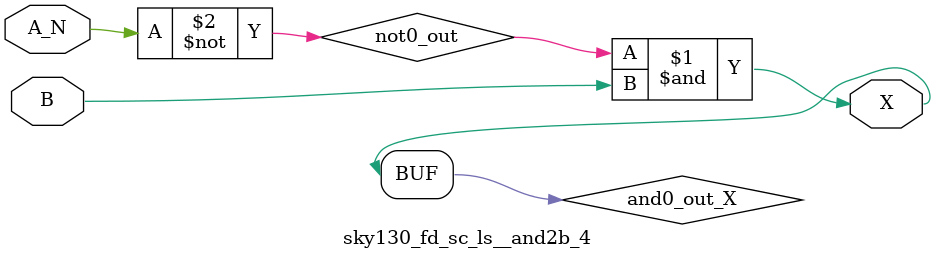
<source format=v>
/*
 * Copyright 2020 The SkyWater PDK Authors
 *
 * Licensed under the Apache License, Version 2.0 (the "License");
 * you may not use this file except in compliance with the License.
 * You may obtain a copy of the License at
 *
 *     https://www.apache.org/licenses/LICENSE-2.0
 *
 * Unless required by applicable law or agreed to in writing, software
 * distributed under the License is distributed on an "AS IS" BASIS,
 * WITHOUT WARRANTIES OR CONDITIONS OF ANY KIND, either express or implied.
 * See the License for the specific language governing permissions and
 * limitations under the License.
 *
 * SPDX-License-Identifier: Apache-2.0
*/


`ifndef SKY130_FD_SC_LS__AND2B_4_FUNCTIONAL_V
`define SKY130_FD_SC_LS__AND2B_4_FUNCTIONAL_V

/**
 * and2b: 2-input AND, first input inverted.
 *
 * Verilog simulation functional model.
 */

`timescale 1ns / 1ps
`default_nettype none

`celldefine
module sky130_fd_sc_ls__and2b_4 (
    X  ,
    A_N,
    B
);

    // Module ports
    output X  ;
    input  A_N;
    input  B  ;

    // Local signals
    wire not0_out  ;
    wire and0_out_X;

    //  Name  Output      Other arguments
    not not0 (not0_out  , A_N            );
    and and0 (and0_out_X, not0_out, B    );
    buf buf0 (X         , and0_out_X     );

endmodule
`endcelldefine

`default_nettype wire
`endif  // SKY130_FD_SC_LS__AND2B_4_FUNCTIONAL_V

</source>
